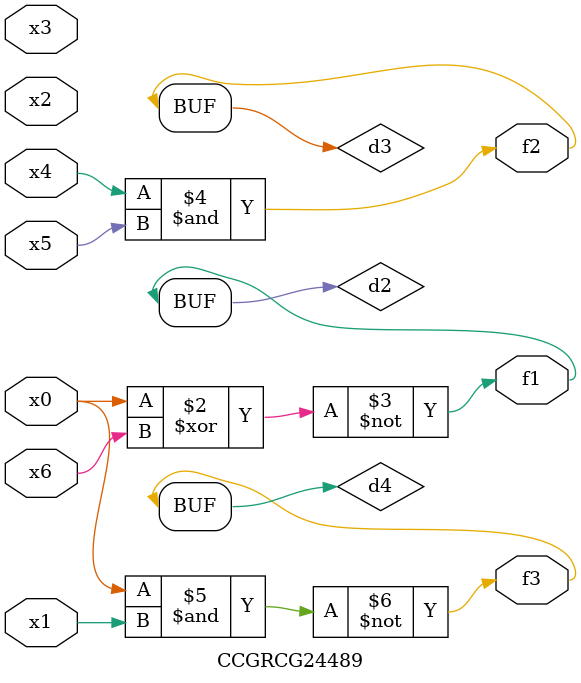
<source format=v>
module CCGRCG24489(
	input x0, x1, x2, x3, x4, x5, x6,
	output f1, f2, f3
);

	wire d1, d2, d3, d4;

	nor (d1, x0);
	xnor (d2, x0, x6);
	and (d3, x4, x5);
	nand (d4, x0, x1);
	assign f1 = d2;
	assign f2 = d3;
	assign f3 = d4;
endmodule

</source>
